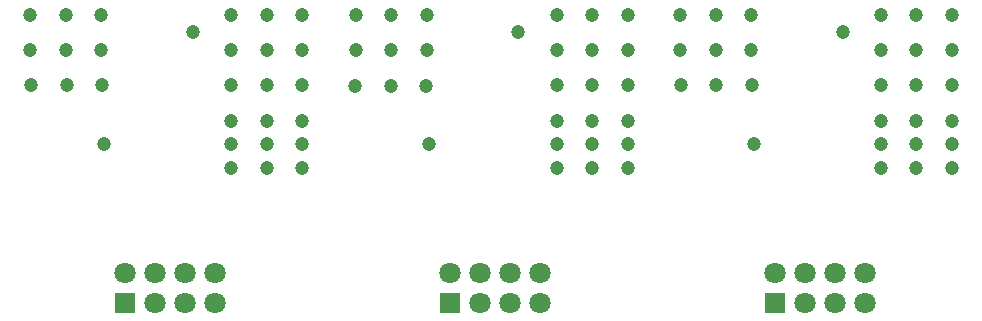
<source format=gbr>
%TF.GenerationSoftware,Altium Limited,Altium Designer,24.0.1 (36)*%
G04 Layer_Color=16711935*
%FSLAX45Y45*%
%MOMM*%
%TF.SameCoordinates,AADBD710-655B-4C0A-A29E-FCC33305A696*%
%TF.FilePolarity,Negative*%
%TF.FileFunction,Soldermask,Bot*%
%TF.Part,Single*%
G01*
G75*
%TA.AperFunction,ComponentPad*%
%ADD42C,1.80002*%
%ADD43R,1.80002X1.80002*%
%TA.AperFunction,ViaPad*%
%ADD44C,1.20320*%
D42*
X-2774000Y-6986000D02*
D03*
X-2520000D02*
D03*
X-2266000D02*
D03*
X-24000D02*
D03*
X230000D02*
D03*
X484000D02*
D03*
X2726000D02*
D03*
X2980000D02*
D03*
X3234000D02*
D03*
X2980000Y-7240000D02*
D03*
X3234000D02*
D03*
X3488000D02*
D03*
Y-6986000D02*
D03*
X230000Y-7240000D02*
D03*
X484000D02*
D03*
X738000D02*
D03*
Y-6986000D02*
D03*
X-2520000Y-7240000D02*
D03*
X-2266000D02*
D03*
X-2012000D02*
D03*
Y-6986000D02*
D03*
D43*
X2726000Y-7240000D02*
D03*
X-24000D02*
D03*
X-2774000D02*
D03*
D44*
X-2969716Y-5397714D02*
D03*
X-3269716D02*
D03*
X-3569716D02*
D03*
X-825325Y-5401927D02*
D03*
X-525325D02*
D03*
X-225325D02*
D03*
X2530000Y-5400000D02*
D03*
X2230000D02*
D03*
X1930000D02*
D03*
X-2950000Y-5900000D02*
D03*
X-220000Y-5100000D02*
D03*
X-520000D02*
D03*
X-820000D02*
D03*
X880000Y-5900000D02*
D03*
Y-6100000D02*
D03*
Y-4800000D02*
D03*
X1180000Y-5400000D02*
D03*
X1480000Y-5100000D02*
D03*
X1180000Y-4800000D02*
D03*
Y-5100000D02*
D03*
Y-5700000D02*
D03*
Y-6100000D02*
D03*
X-520000Y-4800000D02*
D03*
X1480000Y-5400000D02*
D03*
X-220000Y-4800000D02*
D03*
X1180000Y-5900000D02*
D03*
X880000Y-5100000D02*
D03*
Y-5700000D02*
D03*
X1480000D02*
D03*
X880000Y-5400000D02*
D03*
X1480000Y-4800000D02*
D03*
Y-6100000D02*
D03*
X-820000Y-4800000D02*
D03*
X1480000Y-5900000D02*
D03*
X-1575000Y-6100000D02*
D03*
X-1275000Y-5400000D02*
D03*
Y-5900000D02*
D03*
Y-5700000D02*
D03*
X-1875000Y-6100000D02*
D03*
X-3575000Y-5100000D02*
D03*
X-1575000Y-5700000D02*
D03*
X-3275000Y-4800000D02*
D03*
X-1875000D02*
D03*
X-1275000Y-5100000D02*
D03*
X-1875000Y-5400000D02*
D03*
X-1275000Y-6100000D02*
D03*
X-3275000Y-5100000D02*
D03*
X-2975000D02*
D03*
X-1875000D02*
D03*
X-1275000Y-4800000D02*
D03*
X-1875000Y-5700000D02*
D03*
X-1575000Y-5900000D02*
D03*
X-1575000Y-5100000D02*
D03*
X-2975000Y-4800000D02*
D03*
X-1575000Y-5400000D02*
D03*
X-1875000Y-5900000D02*
D03*
X-3575000Y-4800000D02*
D03*
X-1575000D02*
D03*
X3925000Y-6100000D02*
D03*
Y-5700000D02*
D03*
Y-5900000D02*
D03*
X3625000Y-6100000D02*
D03*
X4225000D02*
D03*
X3625000Y-5900000D02*
D03*
X4225000D02*
D03*
X3625000Y-5700000D02*
D03*
X4225000D02*
D03*
X3625000Y-5400000D02*
D03*
X3925000D02*
D03*
X4225000D02*
D03*
Y-4800000D02*
D03*
X3925000D02*
D03*
X3625000D02*
D03*
X4225000Y-5100000D02*
D03*
X3925000D02*
D03*
X3625000D02*
D03*
X1925000Y-4800000D02*
D03*
X2225000D02*
D03*
X2525000D02*
D03*
X1925000Y-5100000D02*
D03*
X2225000D02*
D03*
X2525000D02*
D03*
X-200000Y-5900000D02*
D03*
X2550000D02*
D03*
X3300000Y-4950000D02*
D03*
X550000D02*
D03*
X-2200000D02*
D03*
%TF.MD5,cb693a1817b4d8cb119e604aab227c63*%
M02*

</source>
